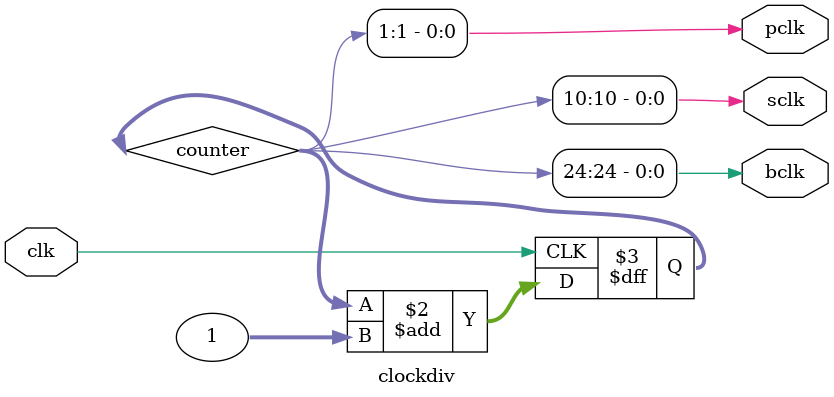
<source format=v>
`timescale 1ns / 1ps
module clockdiv(
	input wire clk,		//master clock: 100MHz
	output wire pclk,		//pixel clock: 25MHz
    output wire sclk,
	 output wire bclk
);

// 17-bit counter variable
reg [31:0] counter;

// Clock divider --
// Each bit in q is a clock signal that is
// only a fraction of the master clock.
always @(posedge clk)
begin
	counter <= counter + 1;
end

// 100Mhz ÷ 2^2 = 25MHz
assign pclk = counter[1];
assign sclk = counter[10];
assign bclk = counter[24];
endmodule

</source>
